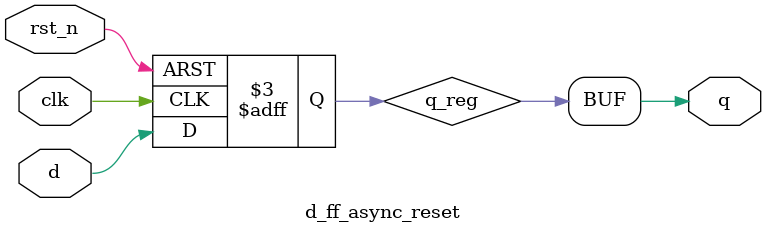
<source format=sv>
module d_ff_async_reset (
    input  wire clk,    // 系统时钟
    input  wire rst_n,  // 异步低电平复位信号
    input  wire d,      // 数据输入
    output wire q       // 数据输出
);
    // 内部信号声明
    reg q_reg;          // 数据存储寄存器
    
    // 直接将输入数据注册到输出寄存器
    // 移除了中间的d_sampled寄存器，减少了关键路径长度
    always @(posedge clk or negedge rst_n) begin
        if (!rst_n) begin
            q_reg <= 1'b0;
        end else begin
            q_reg <= d;
        end
    end
    
    // 连续赋值输出
    assign q = q_reg;
    
endmodule
</source>
